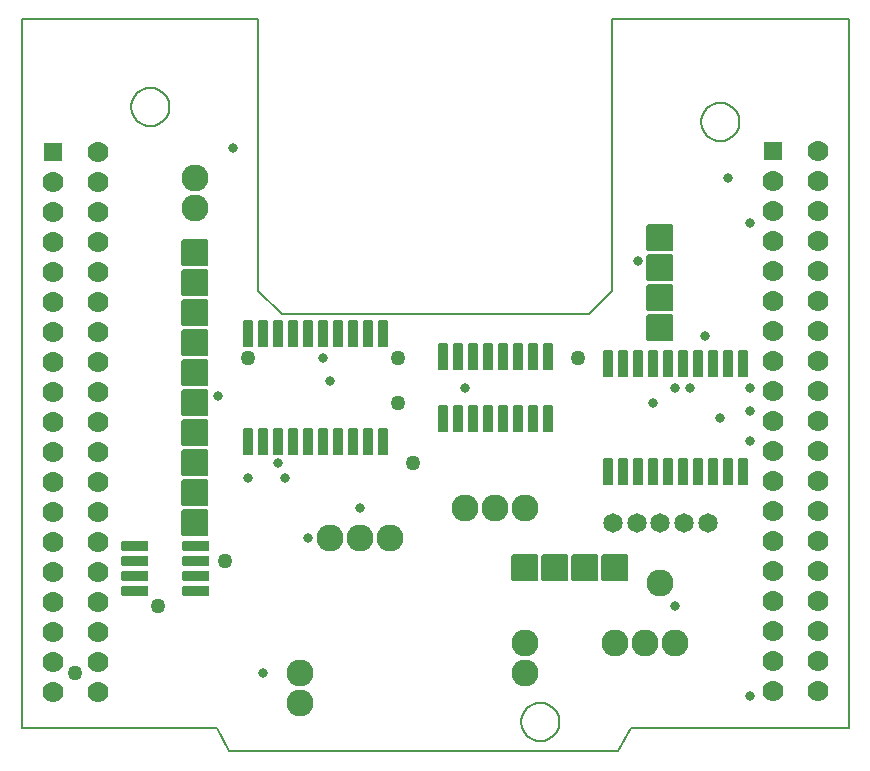
<source format=gbr>
G04 PROTEUS GERBER X2 FILE*
%TF.GenerationSoftware,Labcenter,Proteus,8.12-SP2-Build31155*%
%TF.CreationDate,2024-12-02T21:26:45+00:00*%
%TF.FileFunction,Soldermask,Top*%
%TF.FilePolarity,Negative*%
%TF.Part,Single*%
%TF.SameCoordinates,{72233389-6efe-41d5-b27f-3128bedcde57}*%
%FSLAX45Y45*%
%MOMM*%
G01*
%TA.AperFunction,Material*%
%ADD27C,0.812800*%
%ADD28C,1.270000*%
%AMPPAD021*
4,1,36,
0.762000,-0.635000,
0.762000,0.635000,
0.759470,0.660970,
0.752200,0.684980,
0.740650,0.706580,
0.725290,0.725290,
0.706570,0.740650,
0.684980,0.752200,
0.660970,0.759470,
0.635000,0.762000,
-0.635000,0.762000,
-0.660970,0.759470,
-0.684980,0.752200,
-0.706570,0.740650,
-0.725290,0.725290,
-0.740650,0.706580,
-0.752200,0.684980,
-0.759470,0.660970,
-0.762000,0.635000,
-0.762000,-0.635000,
-0.759470,-0.660970,
-0.752200,-0.684980,
-0.740650,-0.706580,
-0.725290,-0.725290,
-0.706570,-0.740650,
-0.684980,-0.752200,
-0.660970,-0.759470,
-0.635000,-0.762000,
0.635000,-0.762000,
0.660970,-0.759470,
0.684980,-0.752200,
0.706570,-0.740650,
0.725290,-0.725290,
0.740650,-0.706580,
0.752200,-0.684980,
0.759470,-0.660970,
0.762000,-0.635000,
0*%
%TA.AperFunction,Material*%
%ADD29PPAD021*%
%ADD72C,1.778000*%
%AMPPAD023*
4,1,36,
-0.317500,1.143000,
0.317500,1.143000,
0.343470,1.140470,
0.367480,1.133200,
0.389080,1.121650,
0.407790,1.106290,
0.423150,1.087570,
0.434700,1.065980,
0.441970,1.041970,
0.444500,1.016000,
0.444500,-1.016000,
0.441970,-1.041970,
0.434700,-1.065980,
0.423150,-1.087570,
0.407790,-1.106290,
0.389080,-1.121650,
0.367480,-1.133200,
0.343470,-1.140470,
0.317500,-1.143000,
-0.317500,-1.143000,
-0.343470,-1.140470,
-0.367480,-1.133200,
-0.389080,-1.121650,
-0.407790,-1.106290,
-0.423150,-1.087570,
-0.434700,-1.065980,
-0.441970,-1.041970,
-0.444500,-1.016000,
-0.444500,1.016000,
-0.441970,1.041970,
-0.434700,1.065980,
-0.423150,1.087570,
-0.407790,1.106290,
-0.389080,1.121650,
-0.367480,1.133200,
-0.343470,1.140470,
-0.317500,1.143000,
0*%
%TA.AperFunction,Material*%
%ADD73PPAD023*%
%TA.AperFunction,Material*%
%ADD30C,2.286000*%
%TA.AperFunction,Material*%
%ADD31C,1.651000*%
%AMPPAD026*
4,1,36,
1.016000,-1.143000,
-1.016000,-1.143000,
-1.041970,-1.140470,
-1.065980,-1.133200,
-1.087580,-1.121650,
-1.106290,-1.106290,
-1.121650,-1.087570,
-1.133200,-1.065980,
-1.140470,-1.041970,
-1.143000,-1.016000,
-1.143000,1.016000,
-1.140470,1.041970,
-1.133200,1.065980,
-1.121650,1.087570,
-1.106290,1.106290,
-1.087580,1.121650,
-1.065980,1.133200,
-1.041970,1.140470,
-1.016000,1.143000,
1.016000,1.143000,
1.041970,1.140470,
1.065980,1.133200,
1.087580,1.121650,
1.106290,1.106290,
1.121650,1.087570,
1.133200,1.065980,
1.140470,1.041970,
1.143000,1.016000,
1.143000,-1.016000,
1.140470,-1.041970,
1.133200,-1.065980,
1.121650,-1.087570,
1.106290,-1.106290,
1.087580,-1.121650,
1.065980,-1.133200,
1.041970,-1.140470,
1.016000,-1.143000,
0*%
%TA.AperFunction,Material*%
%ADD32PPAD026*%
%AMPPAD027*
4,1,36,
1.143000,1.016000,
1.143000,-1.016000,
1.140470,-1.041970,
1.133200,-1.065980,
1.121650,-1.087580,
1.106290,-1.106290,
1.087570,-1.121650,
1.065980,-1.133200,
1.041970,-1.140470,
1.016000,-1.143000,
-1.016000,-1.143000,
-1.041970,-1.140470,
-1.065980,-1.133200,
-1.087570,-1.121650,
-1.106290,-1.106290,
-1.121650,-1.087580,
-1.133200,-1.065980,
-1.140470,-1.041970,
-1.143000,-1.016000,
-1.143000,1.016000,
-1.140470,1.041970,
-1.133200,1.065980,
-1.121650,1.087580,
-1.106290,1.106290,
-1.087570,1.121650,
-1.065980,1.133200,
-1.041970,1.140470,
-1.016000,1.143000,
1.016000,1.143000,
1.041970,1.140470,
1.065980,1.133200,
1.087570,1.121650,
1.106290,1.106290,
1.121650,1.087580,
1.133200,1.065980,
1.140470,1.041970,
1.143000,1.016000,
0*%
%TA.AperFunction,Material*%
%ADD33PPAD027*%
%AMPPAD028*
4,1,36,
1.143000,0.317500,
1.143000,-0.317500,
1.140470,-0.343470,
1.133200,-0.367480,
1.121650,-0.389080,
1.106290,-0.407790,
1.087570,-0.423150,
1.065980,-0.434700,
1.041970,-0.441970,
1.016000,-0.444500,
-1.016000,-0.444500,
-1.041970,-0.441970,
-1.065980,-0.434700,
-1.087570,-0.423150,
-1.106290,-0.407790,
-1.121650,-0.389080,
-1.133200,-0.367480,
-1.140470,-0.343470,
-1.143000,-0.317500,
-1.143000,0.317500,
-1.140470,0.343470,
-1.133200,0.367480,
-1.121650,0.389080,
-1.106290,0.407790,
-1.087570,0.423150,
-1.065980,0.434700,
-1.041970,0.441970,
-1.016000,0.444500,
1.016000,0.444500,
1.041970,0.441970,
1.065980,0.434700,
1.087570,0.423150,
1.106290,0.407790,
1.121650,0.389080,
1.133200,0.367480,
1.140470,0.343470,
1.143000,0.317500,
0*%
%TA.AperFunction,Material*%
%ADD34PPAD028*%
%TA.AperFunction,Profile*%
%ADD71C,0.203200*%
%TD.AperFunction*%
D27*
X+5214500Y+3952500D03*
X+5532000Y+1031500D03*
X+5341500Y+2746000D03*
X+5532000Y+2873000D03*
X+5786000Y+3317500D03*
D28*
X+3309500Y+2238000D03*
X+1722000Y+1412500D03*
D27*
X+1658500Y+2809500D03*
X+2230000Y+2111000D03*
X+1912500Y+2111000D03*
X+2166500Y+2238000D03*
D28*
X+4706500Y+3127000D03*
X+3182500Y+2746000D03*
X+452000Y+460000D03*
X+1150500Y+1031500D03*
X+3182500Y+3127000D03*
X+1912500Y+3127000D03*
D27*
X+2039500Y+460000D03*
X+5913000Y+2619000D03*
X+6167000Y+269500D03*
X+6167000Y+2428500D03*
X+2547500Y+3127000D03*
X+3754000Y+2873000D03*
X+5659000Y+2873000D03*
X+6167000Y+2873000D03*
X+6167000Y+4270000D03*
X+1785500Y+4905000D03*
X+2611000Y+2936500D03*
X+2420500Y+1603000D03*
X+6167000Y+2682500D03*
X+5976500Y+4651000D03*
X+2865000Y+1857000D03*
D29*
X+260000Y+4876000D03*
D72*
X+641000Y+4876000D03*
X+260000Y+4622000D03*
X+641000Y+4622000D03*
X+260000Y+4368000D03*
X+641000Y+4368000D03*
X+260000Y+4114000D03*
X+641000Y+4114000D03*
X+260000Y+3860000D03*
X+641000Y+3860000D03*
X+260000Y+3606000D03*
X+641000Y+3606000D03*
X+260000Y+3352000D03*
X+641000Y+3352000D03*
X+260000Y+3098000D03*
X+641000Y+3098000D03*
X+260000Y+2844000D03*
X+641000Y+2844000D03*
X+260000Y+2590000D03*
X+641000Y+2590000D03*
X+260000Y+2336000D03*
X+641000Y+2336000D03*
X+260000Y+2082000D03*
X+641000Y+2082000D03*
X+260000Y+1828000D03*
X+641000Y+1828000D03*
X+260000Y+1574000D03*
X+641000Y+1574000D03*
X+260000Y+1320000D03*
X+641000Y+1320000D03*
X+260000Y+1066000D03*
X+641000Y+1066000D03*
X+260000Y+812000D03*
X+641000Y+812000D03*
X+260000Y+558000D03*
X+641000Y+558000D03*
X+260000Y+304000D03*
X+641000Y+304000D03*
D29*
X+6356000Y+4880000D03*
D72*
X+6737000Y+4880000D03*
X+6356000Y+4626000D03*
X+6737000Y+4626000D03*
X+6356000Y+4372000D03*
X+6737000Y+4372000D03*
X+6356000Y+4118000D03*
X+6737000Y+4118000D03*
X+6356000Y+3864000D03*
X+6737000Y+3864000D03*
X+6356000Y+3610000D03*
X+6737000Y+3610000D03*
X+6356000Y+3356000D03*
X+6737000Y+3356000D03*
X+6356000Y+3102000D03*
X+6737000Y+3102000D03*
X+6356000Y+2848000D03*
X+6737000Y+2848000D03*
X+6356000Y+2594000D03*
X+6737000Y+2594000D03*
X+6356000Y+2340000D03*
X+6737000Y+2340000D03*
X+6356000Y+2086000D03*
X+6737000Y+2086000D03*
X+6356000Y+1832000D03*
X+6737000Y+1832000D03*
X+6356000Y+1578000D03*
X+6737000Y+1578000D03*
X+6356000Y+1324000D03*
X+6737000Y+1324000D03*
X+6356000Y+1070000D03*
X+6737000Y+1070000D03*
X+6356000Y+816000D03*
X+6737000Y+816000D03*
X+6356000Y+562000D03*
X+6737000Y+562000D03*
X+6356000Y+308000D03*
X+6737000Y+308000D03*
D73*
X+3055500Y+3330200D03*
X+2928500Y+3330200D03*
X+2801500Y+3330200D03*
X+2674500Y+3330200D03*
X+2547500Y+3330200D03*
X+2420500Y+3330200D03*
X+2293500Y+3330200D03*
X+2166500Y+3330200D03*
X+2039500Y+3330200D03*
X+1912500Y+3330200D03*
X+1912500Y+2415800D03*
X+2039500Y+2415800D03*
X+2166500Y+2415800D03*
X+2293500Y+2415800D03*
X+2420500Y+2415800D03*
X+2547500Y+2415800D03*
X+2674500Y+2415800D03*
X+2801500Y+2415800D03*
X+2928500Y+2415800D03*
X+3055500Y+2415800D03*
X+4960500Y+2161800D03*
X+5087500Y+2161800D03*
X+5214500Y+2161800D03*
X+5341500Y+2161800D03*
X+5468500Y+2161800D03*
X+5595500Y+2161800D03*
X+5722500Y+2161800D03*
X+5849500Y+2161800D03*
X+5976500Y+2161800D03*
X+6103500Y+2161800D03*
X+6103500Y+3076200D03*
X+5976500Y+3076200D03*
X+5849500Y+3076200D03*
X+5722500Y+3076200D03*
X+5595500Y+3076200D03*
X+5468500Y+3076200D03*
X+5341500Y+3076200D03*
X+5214500Y+3076200D03*
X+5087500Y+3076200D03*
X+4960500Y+3076200D03*
D30*
X+3754000Y+1857000D03*
X+4008000Y+1857000D03*
X+4262000Y+1857000D03*
X+2357000Y+460000D03*
X+2357000Y+206000D03*
D31*
X+5005000Y+1730000D03*
X+5205000Y+1730000D03*
X+5405000Y+1730000D03*
X+5605000Y+1730000D03*
X+5805000Y+1730000D03*
D32*
X+5024000Y+1349000D03*
X+4770000Y+1349000D03*
X+4516000Y+1349000D03*
X+4262000Y+1349000D03*
D33*
X+1468000Y+4016000D03*
X+1468000Y+3762000D03*
X+1468000Y+3508000D03*
X+1468000Y+3254000D03*
X+1468000Y+3000000D03*
X+1468000Y+2746000D03*
X+1468000Y+2492000D03*
X+1468000Y+2238000D03*
X+1468000Y+1984000D03*
X+1468000Y+1730000D03*
D30*
X+5532000Y+714000D03*
X+5278000Y+714000D03*
X+5024000Y+714000D03*
X+4262000Y+460000D03*
X+4262000Y+714000D03*
X+3119000Y+1603000D03*
X+2865000Y+1603000D03*
X+2611000Y+1603000D03*
D73*
X+3563500Y+2616650D03*
X+3690500Y+2616650D03*
X+3817500Y+2616650D03*
X+3944500Y+2616650D03*
X+4071500Y+2616650D03*
X+4198500Y+2616650D03*
X+4325500Y+2616650D03*
X+4452500Y+2616650D03*
X+4452500Y+3137350D03*
X+4325500Y+3137350D03*
X+4198500Y+3137350D03*
X+4071500Y+3137350D03*
X+3944500Y+3137350D03*
X+3817500Y+3137350D03*
X+3690500Y+3137350D03*
X+3563500Y+3137350D03*
D30*
X+5405000Y+1222000D03*
X+1464000Y+4659000D03*
X+1464000Y+4405000D03*
D34*
X+1474350Y+1158500D03*
X+1474350Y+1285500D03*
X+1474350Y+1412500D03*
X+1474350Y+1539500D03*
X+953650Y+1539500D03*
X+953650Y+1412500D03*
X+953650Y+1285500D03*
X+953650Y+1158500D03*
D33*
X+5405000Y+4143000D03*
X+5405000Y+3889000D03*
X+5405000Y+3635000D03*
X+5405000Y+3381000D03*
D71*
X+0Y+0D02*
X+1650000Y+0D01*
X+7000000Y+0D02*
X+7000000Y+6000000D01*
X+5000000Y+6000000D01*
X+5000000Y+3700000D01*
X+4800000Y+3500000D01*
X+2200000Y+3500000D01*
X+2000000Y+3700000D02*
X+2000000Y+6000000D01*
X+0Y+6000000D01*
X+0Y+0D01*
X+2000000Y+3700000D02*
X+2200000Y+3500000D01*
X+5160000Y+0D02*
X+7000000Y+0D01*
X+1750000Y-200000D02*
X+5050000Y-200000D01*
X+1650000Y+0D02*
X+1750000Y-200000D01*
X+5160000Y+0D02*
X+5050000Y-200000D01*
X+4550045Y+50000D02*
X+4549508Y+63142D01*
X+4545144Y+89427D01*
X+4536029Y+115712D01*
X+4521182Y+141997D01*
X+4498470Y+168118D01*
X+4472185Y+187898D01*
X+4445900Y+200658D01*
X+4419615Y+208108D01*
X+4393330Y+210987D01*
X+4389000Y+211045D01*
X+4227955Y+50000D02*
X+4228492Y+63142D01*
X+4232856Y+89427D01*
X+4241971Y+115712D01*
X+4256818Y+141997D01*
X+4279530Y+168118D01*
X+4305815Y+187898D01*
X+4332100Y+200658D01*
X+4358385Y+208108D01*
X+4384670Y+210987D01*
X+4389000Y+211045D01*
X+4227955Y+50000D02*
X+4228492Y+36858D01*
X+4232856Y+10573D01*
X+4241971Y-15712D01*
X+4256818Y-41997D01*
X+4279530Y-68118D01*
X+4305815Y-87898D01*
X+4332100Y-100658D01*
X+4358385Y-108108D01*
X+4384670Y-110987D01*
X+4389000Y-111045D01*
X+4550045Y+50000D02*
X+4549508Y+36858D01*
X+4545144Y+10573D01*
X+4536029Y-15712D01*
X+4521182Y-41997D01*
X+4498470Y-68118D01*
X+4472185Y-87898D01*
X+4445900Y-100658D01*
X+4419615Y-108108D01*
X+4393330Y-110987D01*
X+4389000Y-111045D01*
X+6074045Y+5130000D02*
X+6073508Y+5143142D01*
X+6069144Y+5169427D01*
X+6060029Y+5195712D01*
X+6045182Y+5221997D01*
X+6022470Y+5248118D01*
X+5996185Y+5267898D01*
X+5969900Y+5280658D01*
X+5943615Y+5288108D01*
X+5917330Y+5290987D01*
X+5913000Y+5291045D01*
X+5751955Y+5130000D02*
X+5752492Y+5143142D01*
X+5756856Y+5169427D01*
X+5765971Y+5195712D01*
X+5780818Y+5221997D01*
X+5803530Y+5248118D01*
X+5829815Y+5267898D01*
X+5856100Y+5280658D01*
X+5882385Y+5288108D01*
X+5908670Y+5290987D01*
X+5913000Y+5291045D01*
X+5751955Y+5130000D02*
X+5752492Y+5116858D01*
X+5756856Y+5090573D01*
X+5765971Y+5064288D01*
X+5780818Y+5038003D01*
X+5803530Y+5011882D01*
X+5829815Y+4992102D01*
X+5856100Y+4979342D01*
X+5882385Y+4971892D01*
X+5908670Y+4969013D01*
X+5913000Y+4968955D01*
X+6074045Y+5130000D02*
X+6073508Y+5116858D01*
X+6069144Y+5090573D01*
X+6060029Y+5064288D01*
X+6045182Y+5038003D01*
X+6022470Y+5011882D01*
X+5996185Y+4992102D01*
X+5969900Y+4979342D01*
X+5943615Y+4971892D01*
X+5917330Y+4969013D01*
X+5913000Y+4968955D01*
X+1248045Y+5257000D02*
X+1247508Y+5270142D01*
X+1243144Y+5296427D01*
X+1234029Y+5322712D01*
X+1219182Y+5348997D01*
X+1196470Y+5375118D01*
X+1170185Y+5394898D01*
X+1143900Y+5407658D01*
X+1117615Y+5415108D01*
X+1091330Y+5417987D01*
X+1087000Y+5418045D01*
X+925955Y+5257000D02*
X+926492Y+5270142D01*
X+930856Y+5296427D01*
X+939971Y+5322712D01*
X+954818Y+5348997D01*
X+977530Y+5375118D01*
X+1003815Y+5394898D01*
X+1030100Y+5407658D01*
X+1056385Y+5415108D01*
X+1082670Y+5417987D01*
X+1087000Y+5418045D01*
X+925955Y+5257000D02*
X+926492Y+5243858D01*
X+930856Y+5217573D01*
X+939971Y+5191288D01*
X+954818Y+5165003D01*
X+977530Y+5138882D01*
X+1003815Y+5119102D01*
X+1030100Y+5106342D01*
X+1056385Y+5098892D01*
X+1082670Y+5096013D01*
X+1087000Y+5095955D01*
X+1248045Y+5257000D02*
X+1247508Y+5243858D01*
X+1243144Y+5217573D01*
X+1234029Y+5191288D01*
X+1219182Y+5165003D01*
X+1196470Y+5138882D01*
X+1170185Y+5119102D01*
X+1143900Y+5106342D01*
X+1117615Y+5098892D01*
X+1091330Y+5096013D01*
X+1087000Y+5095955D01*
M02*

</source>
